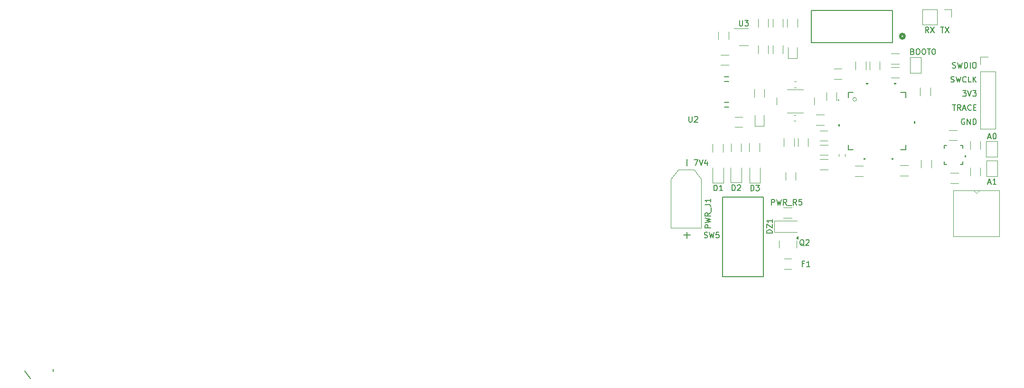
<source format=gbr>
%TF.GenerationSoftware,KiCad,Pcbnew,8.0.6*%
%TF.CreationDate,2025-07-22T18:03:32-04:00*%
%TF.ProjectId,receiver,72656365-6976-4657-922e-6b696361645f,rev?*%
%TF.SameCoordinates,Original*%
%TF.FileFunction,Legend,Top*%
%TF.FilePolarity,Positive*%
%FSLAX46Y46*%
G04 Gerber Fmt 4.6, Leading zero omitted, Abs format (unit mm)*
G04 Created by KiCad (PCBNEW 8.0.6) date 2025-07-22 18:03:32*
%MOMM*%
%LPD*%
G01*
G04 APERTURE LIST*
%ADD10C,0.150000*%
%ADD11C,0.153000*%
%ADD12C,0.120000*%
%ADD13C,0.152400*%
%ADD14C,0.000000*%
%ADD15C,0.100000*%
%ADD16C,0.508000*%
G04 APERTURE END LIST*
D10*
X16516072Y-103799707D02*
X16516072Y-104241728D01*
X11471836Y-104137723D02*
X12459883Y-105489786D01*
D11*
X183270588Y-70483301D02*
X183746778Y-70483301D01*
X183175350Y-70769016D02*
X183508683Y-69769016D01*
X183508683Y-69769016D02*
X183842016Y-70769016D01*
X184699159Y-70769016D02*
X184127731Y-70769016D01*
X184413445Y-70769016D02*
X184413445Y-69769016D01*
X184413445Y-69769016D02*
X184318207Y-69911873D01*
X184318207Y-69911873D02*
X184222969Y-70007111D01*
X184222969Y-70007111D02*
X184127731Y-70054730D01*
X176925819Y-49983066D02*
X177068676Y-50030685D01*
X177068676Y-50030685D02*
X177306771Y-50030685D01*
X177306771Y-50030685D02*
X177402009Y-49983066D01*
X177402009Y-49983066D02*
X177449628Y-49935446D01*
X177449628Y-49935446D02*
X177497247Y-49840208D01*
X177497247Y-49840208D02*
X177497247Y-49744970D01*
X177497247Y-49744970D02*
X177449628Y-49649732D01*
X177449628Y-49649732D02*
X177402009Y-49602113D01*
X177402009Y-49602113D02*
X177306771Y-49554494D01*
X177306771Y-49554494D02*
X177116295Y-49506875D01*
X177116295Y-49506875D02*
X177021057Y-49459256D01*
X177021057Y-49459256D02*
X176973438Y-49411637D01*
X176973438Y-49411637D02*
X176925819Y-49316399D01*
X176925819Y-49316399D02*
X176925819Y-49221161D01*
X176925819Y-49221161D02*
X176973438Y-49125923D01*
X176973438Y-49125923D02*
X177021057Y-49078304D01*
X177021057Y-49078304D02*
X177116295Y-49030685D01*
X177116295Y-49030685D02*
X177354390Y-49030685D01*
X177354390Y-49030685D02*
X177497247Y-49078304D01*
X177830581Y-49030685D02*
X178068676Y-50030685D01*
X178068676Y-50030685D02*
X178259152Y-49316399D01*
X178259152Y-49316399D02*
X178449628Y-50030685D01*
X178449628Y-50030685D02*
X178687724Y-49030685D01*
X179068676Y-50030685D02*
X179068676Y-49030685D01*
X179068676Y-49030685D02*
X179306771Y-49030685D01*
X179306771Y-49030685D02*
X179449628Y-49078304D01*
X179449628Y-49078304D02*
X179544866Y-49173542D01*
X179544866Y-49173542D02*
X179592485Y-49268780D01*
X179592485Y-49268780D02*
X179640104Y-49459256D01*
X179640104Y-49459256D02*
X179640104Y-49602113D01*
X179640104Y-49602113D02*
X179592485Y-49792589D01*
X179592485Y-49792589D02*
X179544866Y-49887827D01*
X179544866Y-49887827D02*
X179449628Y-49983066D01*
X179449628Y-49983066D02*
X179306771Y-50030685D01*
X179306771Y-50030685D02*
X179068676Y-50030685D01*
X180068676Y-50030685D02*
X180068676Y-49030685D01*
X180735342Y-49030685D02*
X180925818Y-49030685D01*
X180925818Y-49030685D02*
X181021056Y-49078304D01*
X181021056Y-49078304D02*
X181116294Y-49173542D01*
X181116294Y-49173542D02*
X181163913Y-49364018D01*
X181163913Y-49364018D02*
X181163913Y-49697351D01*
X181163913Y-49697351D02*
X181116294Y-49887827D01*
X181116294Y-49887827D02*
X181021056Y-49983066D01*
X181021056Y-49983066D02*
X180925818Y-50030685D01*
X180925818Y-50030685D02*
X180735342Y-50030685D01*
X180735342Y-50030685D02*
X180640104Y-49983066D01*
X180640104Y-49983066D02*
X180544866Y-49887827D01*
X180544866Y-49887827D02*
X180497247Y-49697351D01*
X180497247Y-49697351D02*
X180497247Y-49364018D01*
X180497247Y-49364018D02*
X180544866Y-49173542D01*
X180544866Y-49173542D02*
X180640104Y-49078304D01*
X180640104Y-49078304D02*
X180735342Y-49030685D01*
X183281330Y-62412128D02*
X183757520Y-62412128D01*
X183186092Y-62697843D02*
X183519425Y-61697843D01*
X183519425Y-61697843D02*
X183852758Y-62697843D01*
X184376568Y-61697843D02*
X184471806Y-61697843D01*
X184471806Y-61697843D02*
X184567044Y-61745462D01*
X184567044Y-61745462D02*
X184614663Y-61793081D01*
X184614663Y-61793081D02*
X184662282Y-61888319D01*
X184662282Y-61888319D02*
X184709901Y-62078795D01*
X184709901Y-62078795D02*
X184709901Y-62316890D01*
X184709901Y-62316890D02*
X184662282Y-62507366D01*
X184662282Y-62507366D02*
X184614663Y-62602604D01*
X184614663Y-62602604D02*
X184567044Y-62650224D01*
X184567044Y-62650224D02*
X184471806Y-62697843D01*
X184471806Y-62697843D02*
X184376568Y-62697843D01*
X184376568Y-62697843D02*
X184281330Y-62650224D01*
X184281330Y-62650224D02*
X184233711Y-62602604D01*
X184233711Y-62602604D02*
X184186092Y-62507366D01*
X184186092Y-62507366D02*
X184138473Y-62316890D01*
X184138473Y-62316890D02*
X184138473Y-62078795D01*
X184138473Y-62078795D02*
X184186092Y-61888319D01*
X184186092Y-61888319D02*
X184233711Y-61793081D01*
X184233711Y-61793081D02*
X184281330Y-61745462D01*
X184281330Y-61745462D02*
X184376568Y-61697843D01*
X176640104Y-52502200D02*
X176782961Y-52549819D01*
X176782961Y-52549819D02*
X177021056Y-52549819D01*
X177021056Y-52549819D02*
X177116294Y-52502200D01*
X177116294Y-52502200D02*
X177163913Y-52454580D01*
X177163913Y-52454580D02*
X177211532Y-52359342D01*
X177211532Y-52359342D02*
X177211532Y-52264104D01*
X177211532Y-52264104D02*
X177163913Y-52168866D01*
X177163913Y-52168866D02*
X177116294Y-52121247D01*
X177116294Y-52121247D02*
X177021056Y-52073628D01*
X177021056Y-52073628D02*
X176830580Y-52026009D01*
X176830580Y-52026009D02*
X176735342Y-51978390D01*
X176735342Y-51978390D02*
X176687723Y-51930771D01*
X176687723Y-51930771D02*
X176640104Y-51835533D01*
X176640104Y-51835533D02*
X176640104Y-51740295D01*
X176640104Y-51740295D02*
X176687723Y-51645057D01*
X176687723Y-51645057D02*
X176735342Y-51597438D01*
X176735342Y-51597438D02*
X176830580Y-51549819D01*
X176830580Y-51549819D02*
X177068675Y-51549819D01*
X177068675Y-51549819D02*
X177211532Y-51597438D01*
X177544866Y-51549819D02*
X177782961Y-52549819D01*
X177782961Y-52549819D02*
X177973437Y-51835533D01*
X177973437Y-51835533D02*
X178163913Y-52549819D01*
X178163913Y-52549819D02*
X178402009Y-51549819D01*
X179354389Y-52454580D02*
X179306770Y-52502200D01*
X179306770Y-52502200D02*
X179163913Y-52549819D01*
X179163913Y-52549819D02*
X179068675Y-52549819D01*
X179068675Y-52549819D02*
X178925818Y-52502200D01*
X178925818Y-52502200D02*
X178830580Y-52406961D01*
X178830580Y-52406961D02*
X178782961Y-52311723D01*
X178782961Y-52311723D02*
X178735342Y-52121247D01*
X178735342Y-52121247D02*
X178735342Y-51978390D01*
X178735342Y-51978390D02*
X178782961Y-51787914D01*
X178782961Y-51787914D02*
X178830580Y-51692676D01*
X178830580Y-51692676D02*
X178925818Y-51597438D01*
X178925818Y-51597438D02*
X179068675Y-51549819D01*
X179068675Y-51549819D02*
X179163913Y-51549819D01*
X179163913Y-51549819D02*
X179306770Y-51597438D01*
X179306770Y-51597438D02*
X179354389Y-51645057D01*
X180259151Y-52549819D02*
X179782961Y-52549819D01*
X179782961Y-52549819D02*
X179782961Y-51549819D01*
X180592485Y-52549819D02*
X180592485Y-51549819D01*
X181163913Y-52549819D02*
X180735342Y-51978390D01*
X181163913Y-51549819D02*
X180592485Y-52121247D01*
X130851252Y-66426312D02*
X131517918Y-66426312D01*
X131517918Y-66426312D02*
X131089347Y-67426312D01*
X131756014Y-66426312D02*
X132089347Y-67426312D01*
X132089347Y-67426312D02*
X132422680Y-66426312D01*
X133184585Y-66759645D02*
X133184585Y-67426312D01*
X132946490Y-66378693D02*
X132708395Y-67092978D01*
X132708395Y-67092978D02*
X133327442Y-67092978D01*
X172691976Y-43698056D02*
X172358643Y-43221865D01*
X172120548Y-43698056D02*
X172120548Y-42698056D01*
X172120548Y-42698056D02*
X172501500Y-42698056D01*
X172501500Y-42698056D02*
X172596738Y-42745675D01*
X172596738Y-42745675D02*
X172644357Y-42793294D01*
X172644357Y-42793294D02*
X172691976Y-42888532D01*
X172691976Y-42888532D02*
X172691976Y-43031389D01*
X172691976Y-43031389D02*
X172644357Y-43126627D01*
X172644357Y-43126627D02*
X172596738Y-43174246D01*
X172596738Y-43174246D02*
X172501500Y-43221865D01*
X172501500Y-43221865D02*
X172120548Y-43221865D01*
X173025310Y-42698056D02*
X173691976Y-43698056D01*
X173691976Y-42698056D02*
X173025310Y-43698056D01*
X179068675Y-59154843D02*
X178973437Y-59107224D01*
X178973437Y-59107224D02*
X178830580Y-59107224D01*
X178830580Y-59107224D02*
X178687723Y-59154843D01*
X178687723Y-59154843D02*
X178592485Y-59250081D01*
X178592485Y-59250081D02*
X178544866Y-59345319D01*
X178544866Y-59345319D02*
X178497247Y-59535795D01*
X178497247Y-59535795D02*
X178497247Y-59678652D01*
X178497247Y-59678652D02*
X178544866Y-59869128D01*
X178544866Y-59869128D02*
X178592485Y-59964366D01*
X178592485Y-59964366D02*
X178687723Y-60059605D01*
X178687723Y-60059605D02*
X178830580Y-60107224D01*
X178830580Y-60107224D02*
X178925818Y-60107224D01*
X178925818Y-60107224D02*
X179068675Y-60059605D01*
X179068675Y-60059605D02*
X179116294Y-60011985D01*
X179116294Y-60011985D02*
X179116294Y-59678652D01*
X179116294Y-59678652D02*
X178925818Y-59678652D01*
X179544866Y-60107224D02*
X179544866Y-59107224D01*
X179544866Y-59107224D02*
X180116294Y-60107224D01*
X180116294Y-60107224D02*
X180116294Y-59107224D01*
X180592485Y-60107224D02*
X180592485Y-59107224D01*
X180592485Y-59107224D02*
X180830580Y-59107224D01*
X180830580Y-59107224D02*
X180973437Y-59154843D01*
X180973437Y-59154843D02*
X181068675Y-59250081D01*
X181068675Y-59250081D02*
X181116294Y-59345319D01*
X181116294Y-59345319D02*
X181163913Y-59535795D01*
X181163913Y-59535795D02*
X181163913Y-59678652D01*
X181163913Y-59678652D02*
X181116294Y-59869128D01*
X181116294Y-59869128D02*
X181068675Y-59964366D01*
X181068675Y-59964366D02*
X180973437Y-60059605D01*
X180973437Y-60059605D02*
X180830580Y-60107224D01*
X180830580Y-60107224D02*
X180592485Y-60107224D01*
X169807598Y-47066047D02*
X169950455Y-47113666D01*
X169950455Y-47113666D02*
X169998074Y-47161285D01*
X169998074Y-47161285D02*
X170045693Y-47256523D01*
X170045693Y-47256523D02*
X170045693Y-47399380D01*
X170045693Y-47399380D02*
X169998074Y-47494618D01*
X169998074Y-47494618D02*
X169950455Y-47542238D01*
X169950455Y-47542238D02*
X169855217Y-47589857D01*
X169855217Y-47589857D02*
X169474265Y-47589857D01*
X169474265Y-47589857D02*
X169474265Y-46589857D01*
X169474265Y-46589857D02*
X169807598Y-46589857D01*
X169807598Y-46589857D02*
X169902836Y-46637476D01*
X169902836Y-46637476D02*
X169950455Y-46685095D01*
X169950455Y-46685095D02*
X169998074Y-46780333D01*
X169998074Y-46780333D02*
X169998074Y-46875571D01*
X169998074Y-46875571D02*
X169950455Y-46970809D01*
X169950455Y-46970809D02*
X169902836Y-47018428D01*
X169902836Y-47018428D02*
X169807598Y-47066047D01*
X169807598Y-47066047D02*
X169474265Y-47066047D01*
X170664741Y-46589857D02*
X170855217Y-46589857D01*
X170855217Y-46589857D02*
X170950455Y-46637476D01*
X170950455Y-46637476D02*
X171045693Y-46732714D01*
X171045693Y-46732714D02*
X171093312Y-46923190D01*
X171093312Y-46923190D02*
X171093312Y-47256523D01*
X171093312Y-47256523D02*
X171045693Y-47446999D01*
X171045693Y-47446999D02*
X170950455Y-47542238D01*
X170950455Y-47542238D02*
X170855217Y-47589857D01*
X170855217Y-47589857D02*
X170664741Y-47589857D01*
X170664741Y-47589857D02*
X170569503Y-47542238D01*
X170569503Y-47542238D02*
X170474265Y-47446999D01*
X170474265Y-47446999D02*
X170426646Y-47256523D01*
X170426646Y-47256523D02*
X170426646Y-46923190D01*
X170426646Y-46923190D02*
X170474265Y-46732714D01*
X170474265Y-46732714D02*
X170569503Y-46637476D01*
X170569503Y-46637476D02*
X170664741Y-46589857D01*
X171712360Y-46589857D02*
X171902836Y-46589857D01*
X171902836Y-46589857D02*
X171998074Y-46637476D01*
X171998074Y-46637476D02*
X172093312Y-46732714D01*
X172093312Y-46732714D02*
X172140931Y-46923190D01*
X172140931Y-46923190D02*
X172140931Y-47256523D01*
X172140931Y-47256523D02*
X172093312Y-47446999D01*
X172093312Y-47446999D02*
X171998074Y-47542238D01*
X171998074Y-47542238D02*
X171902836Y-47589857D01*
X171902836Y-47589857D02*
X171712360Y-47589857D01*
X171712360Y-47589857D02*
X171617122Y-47542238D01*
X171617122Y-47542238D02*
X171521884Y-47446999D01*
X171521884Y-47446999D02*
X171474265Y-47256523D01*
X171474265Y-47256523D02*
X171474265Y-46923190D01*
X171474265Y-46923190D02*
X171521884Y-46732714D01*
X171521884Y-46732714D02*
X171617122Y-46637476D01*
X171617122Y-46637476D02*
X171712360Y-46589857D01*
X172426646Y-46589857D02*
X172998074Y-46589857D01*
X172712360Y-47589857D02*
X172712360Y-46589857D01*
X173521884Y-46589857D02*
X173617122Y-46589857D01*
X173617122Y-46589857D02*
X173712360Y-46637476D01*
X173712360Y-46637476D02*
X173759979Y-46685095D01*
X173759979Y-46685095D02*
X173807598Y-46780333D01*
X173807598Y-46780333D02*
X173855217Y-46970809D01*
X173855217Y-46970809D02*
X173855217Y-47208904D01*
X173855217Y-47208904D02*
X173807598Y-47399380D01*
X173807598Y-47399380D02*
X173759979Y-47494618D01*
X173759979Y-47494618D02*
X173712360Y-47542238D01*
X173712360Y-47542238D02*
X173617122Y-47589857D01*
X173617122Y-47589857D02*
X173521884Y-47589857D01*
X173521884Y-47589857D02*
X173426646Y-47542238D01*
X173426646Y-47542238D02*
X173379027Y-47494618D01*
X173379027Y-47494618D02*
X173331408Y-47399380D01*
X173331408Y-47399380D02*
X173283789Y-47208904D01*
X173283789Y-47208904D02*
X173283789Y-46970809D01*
X173283789Y-46970809D02*
X173331408Y-46780333D01*
X173331408Y-46780333D02*
X173379027Y-46685095D01*
X173379027Y-46685095D02*
X173426646Y-46637476D01*
X173426646Y-46637476D02*
X173521884Y-46589857D01*
X174794632Y-42717219D02*
X175366060Y-42717219D01*
X175080346Y-43717219D02*
X175080346Y-42717219D01*
X175604156Y-42717219D02*
X176270822Y-43717219D01*
X176270822Y-42717219D02*
X175604156Y-43717219D01*
X178735342Y-54068953D02*
X179354389Y-54068953D01*
X179354389Y-54068953D02*
X179021056Y-54449905D01*
X179021056Y-54449905D02*
X179163913Y-54449905D01*
X179163913Y-54449905D02*
X179259151Y-54497524D01*
X179259151Y-54497524D02*
X179306770Y-54545143D01*
X179306770Y-54545143D02*
X179354389Y-54640381D01*
X179354389Y-54640381D02*
X179354389Y-54878476D01*
X179354389Y-54878476D02*
X179306770Y-54973714D01*
X179306770Y-54973714D02*
X179259151Y-55021334D01*
X179259151Y-55021334D02*
X179163913Y-55068953D01*
X179163913Y-55068953D02*
X178878199Y-55068953D01*
X178878199Y-55068953D02*
X178782961Y-55021334D01*
X178782961Y-55021334D02*
X178735342Y-54973714D01*
X179640104Y-54068953D02*
X179973437Y-55068953D01*
X179973437Y-55068953D02*
X180306770Y-54068953D01*
X180544866Y-54068953D02*
X181163913Y-54068953D01*
X181163913Y-54068953D02*
X180830580Y-54449905D01*
X180830580Y-54449905D02*
X180973437Y-54449905D01*
X180973437Y-54449905D02*
X181068675Y-54497524D01*
X181068675Y-54497524D02*
X181116294Y-54545143D01*
X181116294Y-54545143D02*
X181163913Y-54640381D01*
X181163913Y-54640381D02*
X181163913Y-54878476D01*
X181163913Y-54878476D02*
X181116294Y-54973714D01*
X181116294Y-54973714D02*
X181068675Y-55021334D01*
X181068675Y-55021334D02*
X180973437Y-55068953D01*
X180973437Y-55068953D02*
X180687723Y-55068953D01*
X180687723Y-55068953D02*
X180592485Y-55021334D01*
X180592485Y-55021334D02*
X180544866Y-54973714D01*
X176925818Y-56588087D02*
X177497246Y-56588087D01*
X177211532Y-57588087D02*
X177211532Y-56588087D01*
X178402008Y-57588087D02*
X178068675Y-57111896D01*
X177830580Y-57588087D02*
X177830580Y-56588087D01*
X177830580Y-56588087D02*
X178211532Y-56588087D01*
X178211532Y-56588087D02*
X178306770Y-56635706D01*
X178306770Y-56635706D02*
X178354389Y-56683325D01*
X178354389Y-56683325D02*
X178402008Y-56778563D01*
X178402008Y-56778563D02*
X178402008Y-56921420D01*
X178402008Y-56921420D02*
X178354389Y-57016658D01*
X178354389Y-57016658D02*
X178306770Y-57064277D01*
X178306770Y-57064277D02*
X178211532Y-57111896D01*
X178211532Y-57111896D02*
X177830580Y-57111896D01*
X178782961Y-57302372D02*
X179259151Y-57302372D01*
X178687723Y-57588087D02*
X179021056Y-56588087D01*
X179021056Y-56588087D02*
X179354389Y-57588087D01*
X180259151Y-57492848D02*
X180211532Y-57540468D01*
X180211532Y-57540468D02*
X180068675Y-57588087D01*
X180068675Y-57588087D02*
X179973437Y-57588087D01*
X179973437Y-57588087D02*
X179830580Y-57540468D01*
X179830580Y-57540468D02*
X179735342Y-57445229D01*
X179735342Y-57445229D02*
X179687723Y-57349991D01*
X179687723Y-57349991D02*
X179640104Y-57159515D01*
X179640104Y-57159515D02*
X179640104Y-57016658D01*
X179640104Y-57016658D02*
X179687723Y-56826182D01*
X179687723Y-56826182D02*
X179735342Y-56730944D01*
X179735342Y-56730944D02*
X179830580Y-56635706D01*
X179830580Y-56635706D02*
X179973437Y-56588087D01*
X179973437Y-56588087D02*
X180068675Y-56588087D01*
X180068675Y-56588087D02*
X180211532Y-56635706D01*
X180211532Y-56635706D02*
X180259151Y-56683325D01*
X180687723Y-57064277D02*
X181021056Y-57064277D01*
X181163913Y-57588087D02*
X180687723Y-57588087D01*
X180687723Y-57588087D02*
X180687723Y-56588087D01*
X180687723Y-56588087D02*
X181163913Y-56588087D01*
X138932301Y-41500358D02*
X138932301Y-42309881D01*
X138932301Y-42309881D02*
X138979920Y-42405119D01*
X138979920Y-42405119D02*
X139027539Y-42452739D01*
X139027539Y-42452739D02*
X139122777Y-42500358D01*
X139122777Y-42500358D02*
X139313253Y-42500358D01*
X139313253Y-42500358D02*
X139408491Y-42452739D01*
X139408491Y-42452739D02*
X139456110Y-42405119D01*
X139456110Y-42405119D02*
X139503729Y-42309881D01*
X139503729Y-42309881D02*
X139503729Y-41500358D01*
X139884682Y-41500358D02*
X140503729Y-41500358D01*
X140503729Y-41500358D02*
X140170396Y-41881310D01*
X140170396Y-41881310D02*
X140313253Y-41881310D01*
X140313253Y-41881310D02*
X140408491Y-41928929D01*
X140408491Y-41928929D02*
X140456110Y-41976548D01*
X140456110Y-41976548D02*
X140503729Y-42071786D01*
X140503729Y-42071786D02*
X140503729Y-42309881D01*
X140503729Y-42309881D02*
X140456110Y-42405119D01*
X140456110Y-42405119D02*
X140408491Y-42452739D01*
X140408491Y-42452739D02*
X140313253Y-42500358D01*
X140313253Y-42500358D02*
X140027539Y-42500358D01*
X140027539Y-42500358D02*
X139932301Y-42452739D01*
X139932301Y-42452739D02*
X139884682Y-42405119D01*
D10*
X144645739Y-74501541D02*
X144645739Y-73501541D01*
X144645739Y-73501541D02*
X145026691Y-73501541D01*
X145026691Y-73501541D02*
X145121929Y-73549160D01*
X145121929Y-73549160D02*
X145169548Y-73596779D01*
X145169548Y-73596779D02*
X145217167Y-73692017D01*
X145217167Y-73692017D02*
X145217167Y-73834874D01*
X145217167Y-73834874D02*
X145169548Y-73930112D01*
X145169548Y-73930112D02*
X145121929Y-73977731D01*
X145121929Y-73977731D02*
X145026691Y-74025350D01*
X145026691Y-74025350D02*
X144645739Y-74025350D01*
X145550501Y-73501541D02*
X145788596Y-74501541D01*
X145788596Y-74501541D02*
X145979072Y-73787255D01*
X145979072Y-73787255D02*
X146169548Y-74501541D01*
X146169548Y-74501541D02*
X146407644Y-73501541D01*
X147360024Y-74501541D02*
X147026691Y-74025350D01*
X146788596Y-74501541D02*
X146788596Y-73501541D01*
X146788596Y-73501541D02*
X147169548Y-73501541D01*
X147169548Y-73501541D02*
X147264786Y-73549160D01*
X147264786Y-73549160D02*
X147312405Y-73596779D01*
X147312405Y-73596779D02*
X147360024Y-73692017D01*
X147360024Y-73692017D02*
X147360024Y-73834874D01*
X147360024Y-73834874D02*
X147312405Y-73930112D01*
X147312405Y-73930112D02*
X147264786Y-73977731D01*
X147264786Y-73977731D02*
X147169548Y-74025350D01*
X147169548Y-74025350D02*
X146788596Y-74025350D01*
X147550501Y-74596779D02*
X148312405Y-74596779D01*
X149121929Y-74501541D02*
X148788596Y-74025350D01*
X148550501Y-74501541D02*
X148550501Y-73501541D01*
X148550501Y-73501541D02*
X148931453Y-73501541D01*
X148931453Y-73501541D02*
X149026691Y-73549160D01*
X149026691Y-73549160D02*
X149074310Y-73596779D01*
X149074310Y-73596779D02*
X149121929Y-73692017D01*
X149121929Y-73692017D02*
X149121929Y-73834874D01*
X149121929Y-73834874D02*
X149074310Y-73930112D01*
X149074310Y-73930112D02*
X149026691Y-73977731D01*
X149026691Y-73977731D02*
X148931453Y-74025350D01*
X148931453Y-74025350D02*
X148550501Y-74025350D01*
X150026691Y-73501541D02*
X149550501Y-73501541D01*
X149550501Y-73501541D02*
X149502882Y-73977731D01*
X149502882Y-73977731D02*
X149550501Y-73930112D01*
X149550501Y-73930112D02*
X149645739Y-73882493D01*
X149645739Y-73882493D02*
X149883834Y-73882493D01*
X149883834Y-73882493D02*
X149979072Y-73930112D01*
X149979072Y-73930112D02*
X150026691Y-73977731D01*
X150026691Y-73977731D02*
X150074310Y-74072969D01*
X150074310Y-74072969D02*
X150074310Y-74311064D01*
X150074310Y-74311064D02*
X150026691Y-74406302D01*
X150026691Y-74406302D02*
X149979072Y-74453922D01*
X149979072Y-74453922D02*
X149883834Y-74501541D01*
X149883834Y-74501541D02*
X149645739Y-74501541D01*
X149645739Y-74501541D02*
X149550501Y-74453922D01*
X149550501Y-74453922D02*
X149502882Y-74406302D01*
X133779802Y-78600244D02*
X132779802Y-78600244D01*
X132779802Y-78600244D02*
X132779802Y-78219292D01*
X132779802Y-78219292D02*
X132827421Y-78124054D01*
X132827421Y-78124054D02*
X132875040Y-78076435D01*
X132875040Y-78076435D02*
X132970278Y-78028816D01*
X132970278Y-78028816D02*
X133113135Y-78028816D01*
X133113135Y-78028816D02*
X133208373Y-78076435D01*
X133208373Y-78076435D02*
X133255992Y-78124054D01*
X133255992Y-78124054D02*
X133303611Y-78219292D01*
X133303611Y-78219292D02*
X133303611Y-78600244D01*
X132779802Y-77695482D02*
X133779802Y-77457387D01*
X133779802Y-77457387D02*
X133065516Y-77266911D01*
X133065516Y-77266911D02*
X133779802Y-77076435D01*
X133779802Y-77076435D02*
X132779802Y-76838340D01*
X133779802Y-75885959D02*
X133303611Y-76219292D01*
X133779802Y-76457387D02*
X132779802Y-76457387D01*
X132779802Y-76457387D02*
X132779802Y-76076435D01*
X132779802Y-76076435D02*
X132827421Y-75981197D01*
X132827421Y-75981197D02*
X132875040Y-75933578D01*
X132875040Y-75933578D02*
X132970278Y-75885959D01*
X132970278Y-75885959D02*
X133113135Y-75885959D01*
X133113135Y-75885959D02*
X133208373Y-75933578D01*
X133208373Y-75933578D02*
X133255992Y-75981197D01*
X133255992Y-75981197D02*
X133303611Y-76076435D01*
X133303611Y-76076435D02*
X133303611Y-76457387D01*
X133875040Y-75695483D02*
X133875040Y-74933578D01*
X132779802Y-74409768D02*
X133494087Y-74409768D01*
X133494087Y-74409768D02*
X133636944Y-74457387D01*
X133636944Y-74457387D02*
X133732183Y-74552625D01*
X133732183Y-74552625D02*
X133779802Y-74695482D01*
X133779802Y-74695482D02*
X133779802Y-74790720D01*
X133779802Y-73409768D02*
X133779802Y-73981196D01*
X133779802Y-73695482D02*
X132779802Y-73695482D01*
X132779802Y-73695482D02*
X132922659Y-73790720D01*
X132922659Y-73790720D02*
X133017897Y-73885958D01*
X133017897Y-73885958D02*
X133065516Y-73981196D01*
X129539326Y-67477245D02*
X129539326Y-66334388D01*
X129539326Y-80477245D02*
X129539326Y-79334388D01*
X130110754Y-79905816D02*
X128967897Y-79905816D01*
D11*
X140956518Y-71959075D02*
X140956518Y-70959075D01*
X140956518Y-70959075D02*
X141194613Y-70959075D01*
X141194613Y-70959075D02*
X141337470Y-71006694D01*
X141337470Y-71006694D02*
X141432708Y-71101932D01*
X141432708Y-71101932D02*
X141480327Y-71197170D01*
X141480327Y-71197170D02*
X141527946Y-71387646D01*
X141527946Y-71387646D02*
X141527946Y-71530503D01*
X141527946Y-71530503D02*
X141480327Y-71720979D01*
X141480327Y-71720979D02*
X141432708Y-71816217D01*
X141432708Y-71816217D02*
X141337470Y-71911456D01*
X141337470Y-71911456D02*
X141194613Y-71959075D01*
X141194613Y-71959075D02*
X140956518Y-71959075D01*
X141861280Y-70959075D02*
X142480327Y-70959075D01*
X142480327Y-70959075D02*
X142146994Y-71340027D01*
X142146994Y-71340027D02*
X142289851Y-71340027D01*
X142289851Y-71340027D02*
X142385089Y-71387646D01*
X142385089Y-71387646D02*
X142432708Y-71435265D01*
X142432708Y-71435265D02*
X142480327Y-71530503D01*
X142480327Y-71530503D02*
X142480327Y-71768598D01*
X142480327Y-71768598D02*
X142432708Y-71863836D01*
X142432708Y-71863836D02*
X142385089Y-71911456D01*
X142385089Y-71911456D02*
X142289851Y-71959075D01*
X142289851Y-71959075D02*
X142004137Y-71959075D01*
X142004137Y-71959075D02*
X141908899Y-71911456D01*
X141908899Y-71911456D02*
X141861280Y-71863836D01*
D10*
X144775152Y-79533726D02*
X143775152Y-79533726D01*
X143775152Y-79533726D02*
X143775152Y-79295631D01*
X143775152Y-79295631D02*
X143822771Y-79152774D01*
X143822771Y-79152774D02*
X143918009Y-79057536D01*
X143918009Y-79057536D02*
X144013247Y-79009917D01*
X144013247Y-79009917D02*
X144203723Y-78962298D01*
X144203723Y-78962298D02*
X144346580Y-78962298D01*
X144346580Y-78962298D02*
X144537056Y-79009917D01*
X144537056Y-79009917D02*
X144632294Y-79057536D01*
X144632294Y-79057536D02*
X144727533Y-79152774D01*
X144727533Y-79152774D02*
X144775152Y-79295631D01*
X144775152Y-79295631D02*
X144775152Y-79533726D01*
X143775152Y-78628964D02*
X143775152Y-77962298D01*
X143775152Y-77962298D02*
X144775152Y-78628964D01*
X144775152Y-78628964D02*
X144775152Y-77962298D01*
X144775152Y-77057536D02*
X144775152Y-77628964D01*
X144775152Y-77343250D02*
X143775152Y-77343250D01*
X143775152Y-77343250D02*
X143918009Y-77438488D01*
X143918009Y-77438488D02*
X144013247Y-77533726D01*
X144013247Y-77533726D02*
X144060866Y-77628964D01*
D11*
X137609474Y-71928924D02*
X137609474Y-70928924D01*
X137609474Y-70928924D02*
X137847569Y-70928924D01*
X137847569Y-70928924D02*
X137990426Y-70976543D01*
X137990426Y-70976543D02*
X138085664Y-71071781D01*
X138085664Y-71071781D02*
X138133283Y-71167019D01*
X138133283Y-71167019D02*
X138180902Y-71357495D01*
X138180902Y-71357495D02*
X138180902Y-71500352D01*
X138180902Y-71500352D02*
X138133283Y-71690828D01*
X138133283Y-71690828D02*
X138085664Y-71786066D01*
X138085664Y-71786066D02*
X137990426Y-71881305D01*
X137990426Y-71881305D02*
X137847569Y-71928924D01*
X137847569Y-71928924D02*
X137609474Y-71928924D01*
X138561855Y-71024162D02*
X138609474Y-70976543D01*
X138609474Y-70976543D02*
X138704712Y-70928924D01*
X138704712Y-70928924D02*
X138942807Y-70928924D01*
X138942807Y-70928924D02*
X139038045Y-70976543D01*
X139038045Y-70976543D02*
X139085664Y-71024162D01*
X139085664Y-71024162D02*
X139133283Y-71119400D01*
X139133283Y-71119400D02*
X139133283Y-71214638D01*
X139133283Y-71214638D02*
X139085664Y-71357495D01*
X139085664Y-71357495D02*
X138514236Y-71928924D01*
X138514236Y-71928924D02*
X139133283Y-71928924D01*
D10*
X150441036Y-81804873D02*
X150345798Y-81757254D01*
X150345798Y-81757254D02*
X150250560Y-81662016D01*
X150250560Y-81662016D02*
X150107703Y-81519158D01*
X150107703Y-81519158D02*
X150012465Y-81471539D01*
X150012465Y-81471539D02*
X149917227Y-81471539D01*
X149964846Y-81709635D02*
X149869608Y-81662016D01*
X149869608Y-81662016D02*
X149774370Y-81566777D01*
X149774370Y-81566777D02*
X149726751Y-81376301D01*
X149726751Y-81376301D02*
X149726751Y-81042968D01*
X149726751Y-81042968D02*
X149774370Y-80852492D01*
X149774370Y-80852492D02*
X149869608Y-80757254D01*
X149869608Y-80757254D02*
X149964846Y-80709635D01*
X149964846Y-80709635D02*
X150155322Y-80709635D01*
X150155322Y-80709635D02*
X150250560Y-80757254D01*
X150250560Y-80757254D02*
X150345798Y-80852492D01*
X150345798Y-80852492D02*
X150393417Y-81042968D01*
X150393417Y-81042968D02*
X150393417Y-81376301D01*
X150393417Y-81376301D02*
X150345798Y-81566777D01*
X150345798Y-81566777D02*
X150250560Y-81662016D01*
X150250560Y-81662016D02*
X150155322Y-81709635D01*
X150155322Y-81709635D02*
X149964846Y-81709635D01*
X150774370Y-80804873D02*
X150821989Y-80757254D01*
X150821989Y-80757254D02*
X150917227Y-80709635D01*
X150917227Y-80709635D02*
X151155322Y-80709635D01*
X151155322Y-80709635D02*
X151250560Y-80757254D01*
X151250560Y-80757254D02*
X151298179Y-80804873D01*
X151298179Y-80804873D02*
X151345798Y-80900111D01*
X151345798Y-80900111D02*
X151345798Y-80995349D01*
X151345798Y-80995349D02*
X151298179Y-81138206D01*
X151298179Y-81138206D02*
X150726751Y-81709635D01*
X150726751Y-81709635D02*
X151345798Y-81709635D01*
X150444647Y-84988658D02*
X150111314Y-84988658D01*
X150111314Y-85512468D02*
X150111314Y-84512468D01*
X150111314Y-84512468D02*
X150587504Y-84512468D01*
X151492266Y-85512468D02*
X150920838Y-85512468D01*
X151206552Y-85512468D02*
X151206552Y-84512468D01*
X151206552Y-84512468D02*
X151111314Y-84655325D01*
X151111314Y-84655325D02*
X151016076Y-84750563D01*
X151016076Y-84750563D02*
X150920838Y-84798182D01*
X134410270Y-71946886D02*
X134410270Y-70946886D01*
X134410270Y-70946886D02*
X134648365Y-70946886D01*
X134648365Y-70946886D02*
X134791222Y-70994505D01*
X134791222Y-70994505D02*
X134886460Y-71089743D01*
X134886460Y-71089743D02*
X134934079Y-71184981D01*
X134934079Y-71184981D02*
X134981698Y-71375457D01*
X134981698Y-71375457D02*
X134981698Y-71518314D01*
X134981698Y-71518314D02*
X134934079Y-71708790D01*
X134934079Y-71708790D02*
X134886460Y-71804028D01*
X134886460Y-71804028D02*
X134791222Y-71899267D01*
X134791222Y-71899267D02*
X134648365Y-71946886D01*
X134648365Y-71946886D02*
X134410270Y-71946886D01*
X135934079Y-71946886D02*
X135362651Y-71946886D01*
X135648365Y-71946886D02*
X135648365Y-70946886D01*
X135648365Y-70946886D02*
X135553127Y-71089743D01*
X135553127Y-71089743D02*
X135457889Y-71184981D01*
X135457889Y-71184981D02*
X135362651Y-71232600D01*
X132654626Y-80313564D02*
X132797483Y-80361183D01*
X132797483Y-80361183D02*
X133035578Y-80361183D01*
X133035578Y-80361183D02*
X133130816Y-80313564D01*
X133130816Y-80313564D02*
X133178435Y-80265944D01*
X133178435Y-80265944D02*
X133226054Y-80170706D01*
X133226054Y-80170706D02*
X133226054Y-80075468D01*
X133226054Y-80075468D02*
X133178435Y-79980230D01*
X133178435Y-79980230D02*
X133130816Y-79932611D01*
X133130816Y-79932611D02*
X133035578Y-79884992D01*
X133035578Y-79884992D02*
X132845102Y-79837373D01*
X132845102Y-79837373D02*
X132749864Y-79789754D01*
X132749864Y-79789754D02*
X132702245Y-79742135D01*
X132702245Y-79742135D02*
X132654626Y-79646897D01*
X132654626Y-79646897D02*
X132654626Y-79551659D01*
X132654626Y-79551659D02*
X132702245Y-79456421D01*
X132702245Y-79456421D02*
X132749864Y-79408802D01*
X132749864Y-79408802D02*
X132845102Y-79361183D01*
X132845102Y-79361183D02*
X133083197Y-79361183D01*
X133083197Y-79361183D02*
X133226054Y-79408802D01*
X133559388Y-79361183D02*
X133797483Y-80361183D01*
X133797483Y-80361183D02*
X133987959Y-79646897D01*
X133987959Y-79646897D02*
X134178435Y-80361183D01*
X134178435Y-80361183D02*
X134416531Y-79361183D01*
X135273673Y-79361183D02*
X134797483Y-79361183D01*
X134797483Y-79361183D02*
X134749864Y-79837373D01*
X134749864Y-79837373D02*
X134797483Y-79789754D01*
X134797483Y-79789754D02*
X134892721Y-79742135D01*
X134892721Y-79742135D02*
X135130816Y-79742135D01*
X135130816Y-79742135D02*
X135226054Y-79789754D01*
X135226054Y-79789754D02*
X135273673Y-79837373D01*
X135273673Y-79837373D02*
X135321292Y-79932611D01*
X135321292Y-79932611D02*
X135321292Y-80170706D01*
X135321292Y-80170706D02*
X135273673Y-80265944D01*
X135273673Y-80265944D02*
X135226054Y-80313564D01*
X135226054Y-80313564D02*
X135130816Y-80361183D01*
X135130816Y-80361183D02*
X134892721Y-80361183D01*
X134892721Y-80361183D02*
X134797483Y-80313564D01*
X134797483Y-80313564D02*
X134749864Y-80265944D01*
D11*
X129894092Y-58692651D02*
X129894092Y-59502174D01*
X129894092Y-59502174D02*
X129941711Y-59597412D01*
X129941711Y-59597412D02*
X129989330Y-59645032D01*
X129989330Y-59645032D02*
X130084568Y-59692651D01*
X130084568Y-59692651D02*
X130275044Y-59692651D01*
X130275044Y-59692651D02*
X130370282Y-59645032D01*
X130370282Y-59645032D02*
X130417901Y-59597412D01*
X130417901Y-59597412D02*
X130465520Y-59502174D01*
X130465520Y-59502174D02*
X130465520Y-58692651D01*
X130894092Y-58787889D02*
X130941711Y-58740270D01*
X130941711Y-58740270D02*
X131036949Y-58692651D01*
X131036949Y-58692651D02*
X131275044Y-58692651D01*
X131275044Y-58692651D02*
X131370282Y-58740270D01*
X131370282Y-58740270D02*
X131417901Y-58787889D01*
X131417901Y-58787889D02*
X131465520Y-58883127D01*
X131465520Y-58883127D02*
X131465520Y-58978365D01*
X131465520Y-58978365D02*
X131417901Y-59121222D01*
X131417901Y-59121222D02*
X130846473Y-59692651D01*
X130846473Y-59692651D02*
X131465520Y-59692651D01*
D12*
%TO.C,U3*%
X139712153Y-42917120D02*
X137912153Y-42917120D01*
X139712153Y-42917120D02*
X140512153Y-42917120D01*
X139712153Y-46037120D02*
X138912153Y-46037120D01*
X139712153Y-46037120D02*
X140512153Y-46037120D01*
%TO.C,STM_C9*%
X154675693Y-66332828D02*
X153253189Y-66332828D01*
X154675693Y-68152828D02*
X153253189Y-68152828D01*
%TO.C,CSTL_C1*%
X149016053Y-52475967D02*
X148723519Y-52475967D01*
X149016053Y-53495967D02*
X148723519Y-53495967D01*
D13*
%TO.C,U4*%
X175437612Y-63879091D02*
X175437612Y-64345750D01*
X175437612Y-66765232D02*
X175437612Y-67231891D01*
X175437612Y-67231891D02*
X175904271Y-67231891D01*
X175904271Y-63879091D02*
X175437612Y-63879091D01*
X178323753Y-67231891D02*
X178790412Y-67231891D01*
X178790412Y-63879091D02*
X178323753Y-63879091D01*
X178790412Y-64345750D02*
X178790412Y-63879091D01*
X178790412Y-67231891D02*
X178790412Y-66765232D01*
D14*
G36*
X179374612Y-65995991D02*
G01*
X179120612Y-65995991D01*
X179120612Y-65614990D01*
X179374612Y-65614990D01*
X179374612Y-65995991D01*
G37*
D15*
%TO.C,PWR_D2*%
X147630538Y-48259844D02*
X147630538Y-46327566D01*
X147630538Y-48259844D02*
X149231242Y-48265561D01*
X149231242Y-48265561D02*
X149231242Y-46333283D01*
D12*
%TO.C,PWR_C4*%
X135185404Y-44943074D02*
X135185404Y-43520570D01*
X137005404Y-44943074D02*
X137005404Y-43520570D01*
%TO.C,JP1*%
X169333149Y-48105232D02*
X171333149Y-48105232D01*
X169333149Y-50905232D02*
X169333149Y-48105232D01*
X171333149Y-48105232D02*
X171333149Y-50905232D01*
X171333149Y-50905232D02*
X169333149Y-50905232D01*
%TO.C,PWR_R5*%
X148233584Y-74981804D02*
X146779456Y-74981804D01*
X148233584Y-76801804D02*
X146779456Y-76801804D01*
%TO.C,MLX_C1*%
X176567318Y-68783425D02*
X177989822Y-68783425D01*
X176567318Y-70603425D02*
X177989822Y-70603425D01*
%TO.C,PWR_J1*%
X126714626Y-69895817D02*
X126714626Y-78615817D01*
X128014626Y-68195817D02*
X126714626Y-69895817D01*
X130834626Y-68195817D02*
X128014626Y-68195817D01*
X130834626Y-68195817D02*
X132134626Y-69895817D01*
X132134626Y-69895817D02*
X132134626Y-78615817D01*
X132134626Y-78615817D02*
X126714626Y-78615817D01*
%TO.C,STM_C3*%
X160932550Y-67529425D02*
X159510046Y-67529425D01*
X160932550Y-69349425D02*
X159510046Y-69349425D01*
%TO.C,D3*%
X140700016Y-67838522D02*
X140700016Y-70523522D01*
X140700016Y-70523522D02*
X142620016Y-70523522D01*
X142620016Y-70523522D02*
X142620016Y-67838522D01*
%TO.C,STM_C4*%
X168984827Y-67429953D02*
X167562323Y-67429953D01*
X168984827Y-69249953D02*
X167562323Y-69249953D01*
%TO.C,STM_C1*%
X155771460Y-50151894D02*
X157193964Y-50151894D01*
X155771460Y-51971894D02*
X157193964Y-51971894D01*
%TO.C,S_R1*%
X146851726Y-64020983D02*
X146851726Y-62566855D01*
X148671726Y-64020983D02*
X148671726Y-62566855D01*
%TO.C,STM_C8*%
X154675693Y-63782221D02*
X153253189Y-63782221D01*
X154675693Y-65602221D02*
X153253189Y-65602221D01*
%TO.C,LED_R1*%
X134167166Y-63578020D02*
X134167166Y-65032148D01*
X135987166Y-63578020D02*
X135987166Y-65032148D01*
%TO.C,PWR_C5*%
X142227476Y-46035540D02*
X142227476Y-47458044D01*
X144047476Y-46035540D02*
X144047476Y-47458044D01*
%TO.C,PWR_R1*%
X141558240Y-53799335D02*
X141558240Y-55253463D01*
X143378240Y-53799335D02*
X143378240Y-55253463D01*
D13*
%TO.C,IF1*%
X151701129Y-39761746D02*
X151701129Y-45527546D01*
X151701129Y-45527546D02*
X166204529Y-45527546D01*
X166204529Y-39761746D02*
X151701129Y-39761746D01*
X166204529Y-45527546D02*
X166204529Y-39761746D01*
D16*
X168363529Y-44350546D02*
G75*
G02*
X167601529Y-44350546I-381000J0D01*
G01*
X167601529Y-44350546D02*
G75*
G02*
X168363529Y-44350546I381000J0D01*
G01*
D12*
%TO.C,S_R4*%
X152550264Y-58371044D02*
X154004392Y-58371044D01*
X152550264Y-60191044D02*
X154004392Y-60191044D01*
%TO.C,S_C10*%
X149337597Y-62582667D02*
X149337597Y-64005171D01*
X151157597Y-62582667D02*
X151157597Y-64005171D01*
%TO.C,I2C_R2*%
X162119926Y-48874894D02*
X162119926Y-50329022D01*
X163939926Y-48874894D02*
X163939926Y-50329022D01*
%TO.C,PWR_R4*%
X144874483Y-46018943D02*
X144874483Y-47473071D01*
X146694483Y-46018943D02*
X146694483Y-47473071D01*
%TO.C,STM_R2*%
X167387843Y-47477765D02*
X165933715Y-47477765D01*
X167387843Y-49297765D02*
X165933715Y-49297765D01*
%TO.C,J3*%
X171558337Y-39597890D02*
X171558337Y-42257890D01*
X174158337Y-39597890D02*
X171558337Y-39597890D01*
X174158337Y-39597890D02*
X174158337Y-42257890D01*
X174158337Y-42257890D02*
X171558337Y-42257890D01*
X175428337Y-39597890D02*
X176758337Y-39597890D01*
X176758337Y-39597890D02*
X176758337Y-40927890D01*
%TO.C,S_C7*%
X154662746Y-61231614D02*
X153240242Y-61231614D01*
X154662746Y-63051614D02*
X153240242Y-63051614D01*
D15*
%TO.C,PWR_D1*%
X141665844Y-60401102D02*
X141665844Y-58468824D01*
X141665844Y-60401102D02*
X143266548Y-60406819D01*
X143266548Y-60406819D02*
X143266548Y-58474541D01*
D12*
%TO.C,DZ1*%
X145151798Y-77326547D02*
X145151798Y-79326547D01*
X145151798Y-77326547D02*
X149161798Y-77326547D01*
X145151798Y-79326547D02*
X149161798Y-79326547D01*
%TO.C,MLX_A0*%
X182935535Y-63071676D02*
X184935535Y-63071676D01*
X182935535Y-65871676D02*
X182935535Y-63071676D01*
X184935535Y-63071676D02*
X184935535Y-65871676D01*
X184935535Y-65871676D02*
X182935535Y-65871676D01*
%TO.C,LED_R2*%
X137414260Y-63528651D02*
X137414260Y-64982779D01*
X139234260Y-63528651D02*
X139234260Y-64982779D01*
%TO.C,PWR_R3*%
X147448603Y-41254943D02*
X147448603Y-42709071D01*
X149268603Y-41254943D02*
X149268603Y-42709071D01*
%TO.C,PWR_R2*%
X144853599Y-42689632D02*
X144853599Y-41235504D01*
X146673599Y-42689632D02*
X146673599Y-41235504D01*
%TO.C,D2*%
X137385575Y-67827865D02*
X137385575Y-70512865D01*
X137385575Y-70512865D02*
X139305575Y-70512865D01*
X139305575Y-70512865D02*
X139305575Y-67827865D01*
%TO.C,LED_R3*%
X140677184Y-63484046D02*
X140677184Y-64938174D01*
X142497184Y-63484046D02*
X142497184Y-64938174D01*
%TO.C,I2C_R1*%
X159626657Y-48856112D02*
X159626657Y-50310240D01*
X161446657Y-48856112D02*
X161446657Y-50310240D01*
%TO.C,PWR_C1*%
X138084782Y-58763929D02*
X139507286Y-58763929D01*
X138084782Y-60583929D02*
X139507286Y-60583929D01*
%TO.C,Q2*%
X145987661Y-81528035D02*
X145987661Y-80878035D01*
X145987661Y-81528035D02*
X145987661Y-82178035D01*
X149107661Y-81528035D02*
X149107661Y-80878035D01*
X149107661Y-81528035D02*
X149107661Y-82178035D01*
X149387661Y-80605535D02*
X149057661Y-80365535D01*
X149387661Y-80125535D01*
X149387661Y-80605535D01*
G36*
X149387661Y-80605535D02*
G01*
X149057661Y-80365535D01*
X149387661Y-80125535D01*
X149387661Y-80605535D01*
G37*
%TO.C,S_C2*%
X154421844Y-55811235D02*
X154421844Y-54388731D01*
X156241844Y-55811235D02*
X156241844Y-54388731D01*
%TO.C,F1*%
X146951751Y-84115422D02*
X148155879Y-84115422D01*
X146951751Y-85935422D02*
X148155879Y-85935422D01*
%TO.C,MLX_A1*%
X182951649Y-66535888D02*
X184951649Y-66535888D01*
X182951649Y-69335888D02*
X182951649Y-66535888D01*
X184951649Y-66535888D02*
X184951649Y-69335888D01*
X184951649Y-69335888D02*
X182951649Y-69335888D01*
%TO.C,J2*%
X181904589Y-48046524D02*
X183234589Y-48046524D01*
X181904589Y-49376524D02*
X181904589Y-48046524D01*
X181904589Y-50646524D02*
X181904589Y-60866524D01*
X181904589Y-50646524D02*
X184564589Y-50646524D01*
X181904589Y-60866524D02*
X184564589Y-60866524D01*
X184564589Y-50646524D02*
X184564589Y-60866524D01*
%TO.C,MLX_R1*%
X180103584Y-64532590D02*
X180103584Y-63078462D01*
X181923584Y-64532590D02*
X181923584Y-63078462D01*
D13*
%TO.C,U1*%
X158324491Y-54396473D02*
X158324491Y-55292881D01*
X158324491Y-63761665D02*
X158324491Y-64658073D01*
X158324491Y-64658073D02*
X159220899Y-64658073D01*
X159220899Y-54396473D02*
X158324491Y-54396473D01*
X167689683Y-64658073D02*
X168586091Y-64658073D01*
X168586091Y-54396473D02*
X167689683Y-54396473D01*
X168586091Y-55292881D02*
X168586091Y-54396473D01*
X168586091Y-64658073D02*
X168586091Y-63761665D01*
X156680591Y-55777273D02*
G75*
G02*
X156528191Y-55777273I-76200J0D01*
G01*
X156528191Y-55777273D02*
G75*
G02*
X156680591Y-55777273I76200J0D01*
G01*
D15*
X159810580Y-55624363D02*
G75*
G02*
X159150252Y-55624363I-330164J0D01*
G01*
X159150252Y-55624363D02*
G75*
G02*
X159810580Y-55624363I330164J0D01*
G01*
D14*
G36*
X156854392Y-60467774D02*
G01*
X156600392Y-60467774D01*
X156600392Y-60086774D01*
X156854392Y-60086774D01*
X156854392Y-60467774D01*
G37*
G36*
X161395790Y-66382172D02*
G01*
X161014790Y-66382172D01*
X161014790Y-66128172D01*
X161395790Y-66128172D01*
X161395790Y-66382172D01*
G37*
G36*
X161895792Y-52926374D02*
G01*
X161514792Y-52926374D01*
X161514792Y-52672374D01*
X161895792Y-52672374D01*
X161895792Y-52926374D01*
G37*
G36*
X166395791Y-66382172D02*
G01*
X166014791Y-66382172D01*
X166014791Y-66128172D01*
X166395791Y-66128172D01*
X166395791Y-66382172D01*
G37*
G36*
X166895792Y-52926374D02*
G01*
X166514792Y-52926374D01*
X166514792Y-52672374D01*
X166895792Y-52672374D01*
X166895792Y-52926374D01*
G37*
G36*
X170310190Y-59967773D02*
G01*
X170056190Y-59967773D01*
X170056190Y-59586772D01*
X170310190Y-59586772D01*
X170310190Y-59967773D01*
G37*
D12*
%TO.C,MLX_C3*%
X147167387Y-68663279D02*
X147167387Y-70085783D01*
X148987387Y-68663279D02*
X148987387Y-70085783D01*
%TO.C,STM_R3*%
X165933715Y-49916667D02*
X167387843Y-49916667D01*
X165933715Y-51736667D02*
X167387843Y-51736667D01*
%TO.C,MLX_R2*%
X180097036Y-67844042D02*
X180097036Y-69298170D01*
X181917036Y-67844042D02*
X181917036Y-69298170D01*
%TO.C,J1*%
X177099638Y-71892687D02*
X177099638Y-80092687D01*
X180699638Y-71892687D02*
X181199638Y-72392687D01*
X181199638Y-72392687D02*
X181699638Y-71892687D01*
X185299638Y-71892687D02*
X177099638Y-71892687D01*
X185299638Y-71892687D02*
X185299638Y-80092687D01*
X185299638Y-80092687D02*
X177099638Y-80092687D01*
%TO.C,PWR_C3*%
X142253477Y-42680890D02*
X142253477Y-41258386D01*
X144073477Y-42680890D02*
X144073477Y-41258386D01*
%TO.C,D1*%
X134124421Y-67849180D02*
X134124421Y-70534180D01*
X134124421Y-70534180D02*
X136044421Y-70534180D01*
X136044421Y-70534180D02*
X136044421Y-67849180D01*
%TO.C,PWR_C2*%
X137021300Y-47660026D02*
X135598796Y-47660026D01*
X137021300Y-49480026D02*
X135598796Y-49480026D01*
%TO.C,MLX_C2*%
X176289842Y-61126645D02*
X177712346Y-61126645D01*
X176289842Y-62946645D02*
X177712346Y-62946645D01*
%TO.C,CSTL_C2*%
X148614852Y-58421564D02*
X148907386Y-58421564D01*
X148614852Y-59441564D02*
X148907386Y-59441564D01*
%TO.C,STM_C6*%
X171315878Y-67887620D02*
X171315878Y-66465116D01*
X173135878Y-67887620D02*
X173135878Y-66465116D01*
%TO.C,STM_C5*%
X171133004Y-53521945D02*
X171133004Y-54944449D01*
X172953004Y-53521945D02*
X172953004Y-54944449D01*
%TO.C,FB1*%
X156690713Y-65824422D02*
X156690713Y-65424422D01*
X157735713Y-65824422D02*
X157735713Y-65424422D01*
D13*
%TO.C,SW5*%
X135929657Y-73091414D02*
X135929657Y-87340814D01*
X135929657Y-87340814D02*
X143194057Y-87340814D01*
X143194057Y-73091414D02*
X135929657Y-73091414D01*
X143194057Y-87340814D02*
X143194057Y-73091414D01*
D15*
%TO.C,Y1*%
X145535883Y-56585680D02*
X145535883Y-55330686D01*
X150308997Y-58027645D02*
X147413419Y-58027645D01*
X150321515Y-53897065D02*
X147425937Y-53897065D01*
X152236602Y-56585680D02*
X152236602Y-55330686D01*
D13*
%TO.C,U2*%
X136206482Y-51548792D02*
X137016742Y-51548792D01*
X136206482Y-52437792D02*
X137016742Y-52437792D01*
X136206482Y-56128792D02*
X137016742Y-56128792D01*
X136206482Y-57017792D02*
X137016742Y-57017792D01*
%TD*%
M02*

</source>
